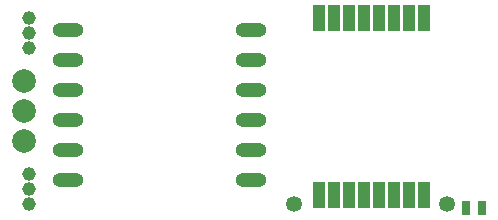
<source format=gts>
G04 ================== begin FILE IDENTIFICATION RECORD ==================*
G04 Layout Name:  RC-TranponderV12.brd*
G04 Film Name:    Soldermask_top*
G04 File Format:  Gerber RS274X*
G04 File Origin:  Cadence Allegro 17.2-S042*
G04 Origin Date:  Fri Apr 26 16:06:40 2019*
G04 *
G04 Layer:  PACKAGE GEOMETRY/SOLDERMASK_TOP*
G04 Layer:  BOARD GEOMETRY/SOLDERMASK_TOP*
G04 Layer:  PIN/SOLDERMASK_TOP*
G04 Layer:  VIA CLASS/SOLDERMASK_TOP*
G04 *
G04 Offset:    (0.0000 0.0000)*
G04 Mirror:    No*
G04 Mode:      Positive*
G04 Rotation:  0*
G04 FullContactRelief:  No*
G04 UndefLineWidth:     0.1500*
G04 ================== end FILE IDENTIFICATION RECORD ====================*
%FSAX55Y55*MOMM*%
%IR0*IPPOS*OFA0.00000B0.00000*MIA0B0*SFA1.00000B1.00000*%
%ADD15R,.8X1.2*%
%ADD14R,1.1X2.2*%
%ADD11C,2.*%
%ADD12O,2.65X1.15*%
%ADD10C,1.15*%
%ADD13C,1.35*%
%LPD*%
G75*
G54D10*
X-0003900000Y0000115000D03*
X-0003900000Y0000365000D03*
X-0003900000Y0000240000D03*
X-0003900000Y0001560000D03*
X-0003900000Y0001435000D03*
X-0003900000Y0001685000D03*
G54D11*
X-0003946000Y0000900000D03*
X-0003946000Y0000646000D03*
X-0003946000Y0001154000D03*
G54D12*
X-0003575000Y0000310000D03*
X-0003575000Y0000564000D03*
X-0003575000Y0000818000D03*
X-0003575000Y0001072000D03*
X-0003575000Y0001326000D03*
X-0003575000Y0001580000D03*
X-0002025000Y0000310000D03*
X-0002025000Y0000818000D03*
X-0002025000Y0000564000D03*
X-0002025000Y0001072000D03*
X-0002025000Y0001580000D03*
X-0002025000Y0001326000D03*
G54D13*
X-0001655000Y0000110000D03*
X-0000365000Y0000110000D03*
G54D14*
X-0001319000Y0000185000D03*
X-0001446000Y0000185000D03*
X-0001446000Y0001685000D03*
X-0001319000Y0001685000D03*
X-0000938000Y0000185000D03*
X-0001065000Y0000185000D03*
X-0001192000Y0000185000D03*
X-0001192000Y0001685000D03*
X-0001065000Y0001685000D03*
X-0000938000Y0001685000D03*
X-0000684000Y0000185000D03*
X-0000811000Y0000185000D03*
X-0000811000Y0001685000D03*
X-0000684000Y0001685000D03*
X-0000557000Y0000185000D03*
X-0000557000Y0001685000D03*
G54D15*
X-0000065000Y0000080000D03*
X-0000205000Y0000080000D03*
M02*

</source>
